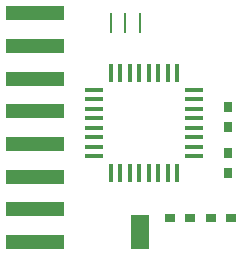
<source format=gtp>
G04 DipTrace 3.3.1.1*
G04 TopPaste.gtp*
%MOIN*%
G04 #@! TF.FileFunction,Paste,Top*
G04 #@! TF.Part,Single*
%ADD19R,0.059055X0.11811*%
%ADD33R,0.007868X0.066923*%
%ADD37R,0.059049X0.011805*%
%ADD39R,0.011805X0.059049*%
%ADD41R,0.03149X0.035427*%
%ADD43R,0.035427X0.03149*%
%ADD47R,0.19212X0.04662*%
%FSLAX26Y26*%
G04*
G70*
G90*
G75*
G01*
G04 TopPaste*
%LPD*%
D47*
X499951Y424951D3*
Y533951D3*
Y642951D3*
Y751951D3*
Y860951D3*
Y969951D3*
Y1078951D3*
X500001Y1187990D3*
D19*
X850770Y458220D3*
D43*
X1156200Y506200D3*
X1089271D3*
X949950D3*
X1016879D3*
D41*
X1143700Y656200D3*
Y723129D3*
Y874950D3*
Y808021D3*
D39*
X974951Y987449D3*
X943455D3*
X911959D3*
X880462D3*
X848966D3*
X817470D3*
X785974D3*
X754478D3*
D37*
X699360Y932331D3*
Y900835D3*
Y869339D3*
Y837843D3*
Y806347D3*
Y774851D3*
Y743355D3*
Y711859D3*
D39*
X754478Y656741D3*
X785974D3*
X817470D3*
X848966D3*
X880462D3*
X911959D3*
X943455D3*
X974951D3*
D37*
X1030069Y711859D3*
Y743355D3*
Y774851D3*
Y806347D3*
Y837843D3*
Y869339D3*
Y900835D3*
Y932331D3*
D33*
X849949Y1156200D3*
X802705D3*
X755461D3*
M02*

</source>
